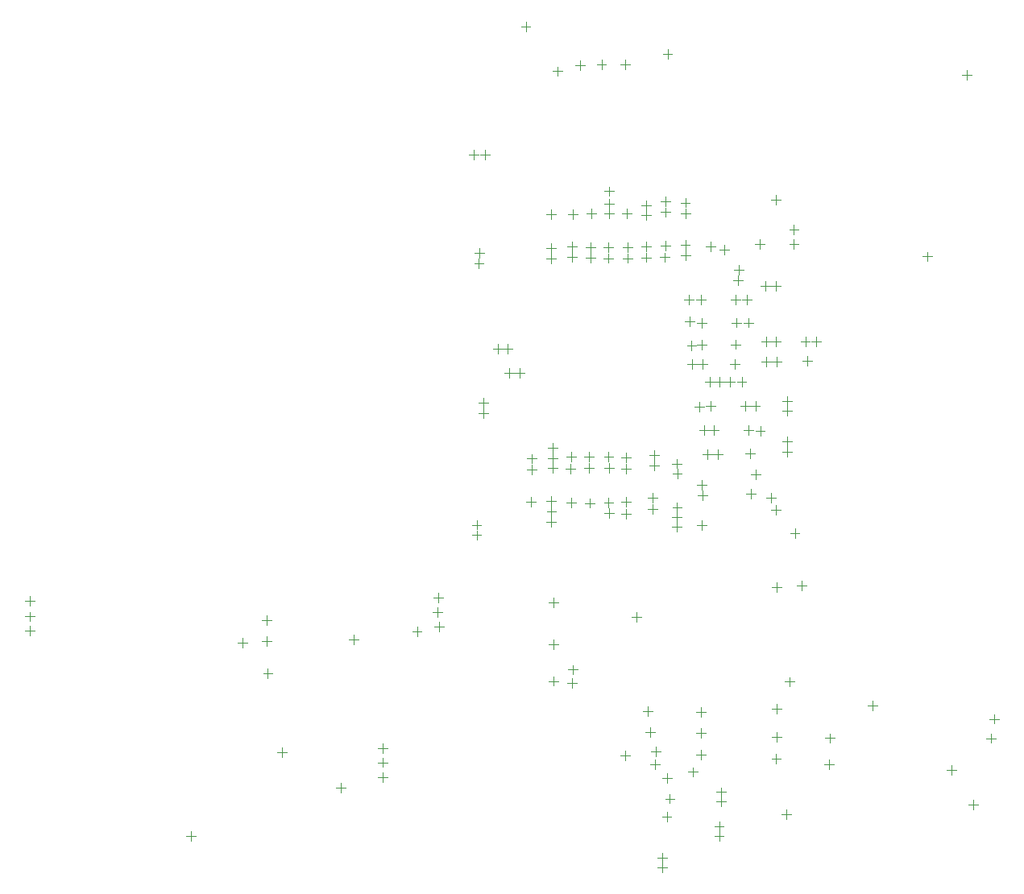
<source format=gbr>
G04*
G04 #@! TF.GenerationSoftware,Altium Limited,Altium Designer,24.2.2 (26)*
G04*
G04 Layer_Color=32768*
%FSLAX25Y25*%
%MOIN*%
G70*
G04*
G04 #@! TF.SameCoordinates,383E0004-DF84-4F77-A050-2B2E5B934949*
G04*
G04*
G04 #@! TF.FilePolarity,Positive*
G04*
G01*
G75*
%ADD17C,0.00394*%
D17*
X168690Y-175484D02*
X172626D01*
X170658Y-177452D02*
Y-173515D01*
X169319Y-72977D02*
X173256D01*
X171287Y-74945D02*
Y-71008D01*
X164718Y-72905D02*
X168655D01*
X166686Y-74873D02*
Y-70936D01*
X166834Y-117928D02*
X170771D01*
X168802Y-119897D02*
Y-115960D01*
X299510Y-231514D02*
Y-227577D01*
X297542Y-229546D02*
X301479D01*
X302226Y-253246D02*
Y-249309D01*
X300258Y-251277D02*
X304195D01*
X49774Y-356901D02*
Y-352964D01*
X47805Y-354932D02*
X51742D01*
X352362Y-115066D02*
X356299D01*
X354331Y-117035D02*
Y-113098D01*
X126906Y-330484D02*
X130843D01*
X128874Y-332453D02*
Y-328516D01*
X126906Y-324432D02*
X130843D01*
X128874Y-326400D02*
Y-322463D01*
X126906Y-318518D02*
X130843D01*
X128874Y-320487D02*
Y-316550D01*
X78914Y-274225D02*
X82851D01*
X80882Y-276194D02*
Y-272257D01*
X70903Y-276806D02*
Y-272869D01*
X68934Y-274837D02*
X72871D01*
X78958Y-265632D02*
X82895D01*
X80927Y-267600D02*
Y-263663D01*
X117043Y-275545D02*
Y-271608D01*
X115075Y-273576D02*
X119012D01*
X111523Y-336953D02*
Y-333016D01*
X109555Y-334984D02*
X113492D01*
X85284Y-320302D02*
X89221D01*
X87252Y-322271D02*
Y-318334D01*
X79509Y-287632D02*
X83446D01*
X81478Y-289601D02*
Y-285664D01*
X186204Y-19934D02*
X190141D01*
X188172Y-21903D02*
Y-17966D01*
X373228Y-343760D02*
Y-339823D01*
X371260Y-341791D02*
X375197D01*
X364405Y-329638D02*
Y-325701D01*
X362436Y-327669D02*
X366373D01*
X245837Y-339421D02*
X249774D01*
X247805Y-341389D02*
Y-337452D01*
X197775Y-258136D02*
X201712D01*
X199744Y-260105D02*
Y-256168D01*
X299128Y-111994D02*
Y-108057D01*
X297160Y-110025D02*
X301097D01*
X299128Y-105994D02*
Y-102057D01*
X297160Y-104025D02*
X301097D01*
X329599Y-301011D02*
X333536D01*
X331567Y-302980D02*
Y-299043D01*
X380732Y-316388D02*
Y-312451D01*
X378764Y-314419D02*
X382701D01*
X380142Y-306424D02*
X384079D01*
X382111Y-308393D02*
Y-304456D01*
X250665Y-202716D02*
Y-198779D01*
X248697Y-200747D02*
X252634D01*
X250841Y-206944D02*
Y-203007D01*
X248872Y-204976D02*
X252810D01*
X250626Y-228786D02*
Y-224849D01*
X248658Y-226818D02*
X252595D01*
X250665Y-224736D02*
Y-220799D01*
X248697Y-222767D02*
X252634D01*
X250794Y-220785D02*
Y-216848D01*
X248826Y-218816D02*
X252763D01*
X261303Y-196870D02*
X265241D01*
X263272Y-198839D02*
Y-194902D01*
X265732Y-196870D02*
X269669D01*
X267700Y-198839D02*
Y-194902D01*
X279096Y-196575D02*
X283032D01*
X281064Y-198543D02*
Y-194606D01*
X254830Y-151789D02*
X258767D01*
X256798Y-153758D02*
Y-149821D01*
X259137Y-151706D02*
X263073D01*
X261105Y-153674D02*
Y-149737D01*
X272927Y-151410D02*
X276864D01*
X274896Y-153379D02*
Y-149442D01*
X254951Y-159641D02*
X258888D01*
X256920Y-161609D02*
Y-157672D01*
X259416Y-159596D02*
X263353D01*
X261385Y-161565D02*
Y-157627D01*
X272669Y-159596D02*
X276606D01*
X274637Y-161565D02*
Y-157627D01*
X285697Y-158694D02*
X289633D01*
X287665Y-160663D02*
Y-156726D01*
X289945Y-158653D02*
X293882D01*
X291914Y-160622D02*
Y-156685D01*
X302651Y-158204D02*
X306588D01*
X304619Y-160172D02*
Y-156236D01*
X260863Y-211578D02*
Y-207641D01*
X258894Y-209609D02*
X262831D01*
X261250Y-215760D02*
Y-211823D01*
X259281Y-213791D02*
X263218D01*
X237940Y-95780D02*
Y-91843D01*
X235971Y-93811D02*
X239908D01*
X237940Y-99882D02*
Y-95945D01*
X235971Y-97913D02*
X239908D01*
X260954Y-228173D02*
Y-224236D01*
X258986Y-226204D02*
X262923D01*
X238073Y-117380D02*
Y-113443D01*
X236104Y-115411D02*
X240041D01*
X237940Y-112971D02*
Y-109034D01*
X235971Y-111003D02*
X239908D01*
X301884Y-150274D02*
X305821D01*
X303852Y-152243D02*
Y-148305D01*
X306444Y-150180D02*
X310381D01*
X308412Y-152148D02*
Y-148211D01*
X289714Y-150180D02*
X293651D01*
X291682Y-152148D02*
Y-148211D01*
X285590Y-150180D02*
X289527D01*
X287559Y-152148D02*
Y-148211D01*
X222480Y-218789D02*
Y-214852D01*
X220511Y-216820D02*
X224448D01*
X222586Y-223161D02*
Y-219224D01*
X220617Y-221193D02*
X224554D01*
X222542Y-204614D02*
Y-200677D01*
X220574Y-202646D02*
X224511D01*
X222480Y-199976D02*
Y-196039D01*
X220511Y-198007D02*
X224448D01*
X296353Y-193599D02*
Y-189662D01*
X294384Y-191631D02*
X298321D01*
X296345Y-197933D02*
Y-193996D01*
X294376Y-195965D02*
X298313D01*
X296223Y-181008D02*
Y-177071D01*
X294255Y-179039D02*
X298192D01*
X296223Y-176744D02*
Y-172808D01*
X294255Y-174776D02*
X298192D01*
X270270Y-114250D02*
Y-110313D01*
X268301Y-112281D02*
X272238D01*
X291650Y-93673D02*
Y-89736D01*
X289681Y-91705D02*
X293618D01*
X368706Y-40011D02*
X372643D01*
X370675Y-41980D02*
Y-38043D01*
X242705Y-367930D02*
X246642D01*
X244673Y-369899D02*
Y-365962D01*
X242705Y-364039D02*
X246642D01*
X244673Y-366007D02*
Y-362070D01*
X296047Y-347986D02*
Y-344049D01*
X294079Y-346018D02*
X298016D01*
X268934Y-338695D02*
Y-334758D01*
X266966Y-336726D02*
X270903D01*
X268934Y-342516D02*
Y-338579D01*
X266966Y-340548D02*
X270903D01*
X268162Y-352907D02*
Y-348970D01*
X266194Y-350939D02*
X270131D01*
X268162Y-356885D02*
Y-352948D01*
X266194Y-354916D02*
X270131D01*
X291922Y-253982D02*
Y-250045D01*
X289953Y-252013D02*
X293890D01*
X168891Y-115451D02*
Y-111514D01*
X166922Y-113483D02*
X170859D01*
X170781Y-181852D02*
Y-177915D01*
X168812Y-179884D02*
X172749D01*
X167854Y-228068D02*
Y-224131D01*
X165886Y-226100D02*
X169823D01*
X167833Y-232351D02*
Y-228414D01*
X165865Y-230382D02*
X169802D01*
X210560Y-38001D02*
Y-34064D01*
X208591Y-36032D02*
X212528D01*
X287363Y-129140D02*
Y-125203D01*
X285394Y-127171D02*
X289331D01*
X291650Y-129140D02*
Y-125203D01*
X289681Y-127171D02*
X293618D01*
X258672Y-321339D02*
X262609D01*
X260641Y-323307D02*
Y-319370D01*
X258789Y-312352D02*
X262726D01*
X260757Y-314321D02*
Y-310384D01*
X258789Y-303536D02*
X262726D01*
X260757Y-305504D02*
Y-301567D01*
X239569Y-325117D02*
X243507D01*
X241538Y-327086D02*
Y-323149D01*
X240046Y-319914D02*
X243983D01*
X242014Y-321883D02*
Y-317946D01*
X246542Y-332944D02*
Y-329007D01*
X244573Y-330976D02*
X248510D01*
X234058Y-266315D02*
Y-262378D01*
X232089Y-264346D02*
X236026D01*
X217551Y-35639D02*
X221488D01*
X219519Y-37607D02*
Y-33670D01*
X199416Y-38380D02*
X203353D01*
X201384Y-40349D02*
Y-36412D01*
X244870Y-31108D02*
X248807D01*
X246838Y-33076D02*
Y-29139D01*
X227240Y-35639D02*
X231177D01*
X229208Y-37607D02*
Y-33670D01*
X239690Y-313890D02*
Y-309953D01*
X237721Y-311921D02*
X241658D01*
X295229Y-291055D02*
X299166D01*
X297197Y-293023D02*
Y-289086D01*
X152362Y-270153D02*
Y-266216D01*
X150394Y-268185D02*
X154331D01*
X151566Y-264248D02*
Y-260311D01*
X149597Y-262279D02*
X153534D01*
X152067Y-258145D02*
Y-254208D01*
X150098Y-256177D02*
X154035D01*
X141205Y-270166D02*
X145142D01*
X143174Y-272134D02*
Y-268197D01*
X197699Y-290748D02*
X201636D01*
X199668Y-292717D02*
Y-288780D01*
X207453Y-293473D02*
Y-289535D01*
X205485Y-291504D02*
X209422D01*
X197699Y-275689D02*
X201636D01*
X199668Y-277657D02*
Y-273720D01*
X207617Y-288021D02*
Y-284084D01*
X205649Y-286052D02*
X209586D01*
X238743Y-305212D02*
Y-301275D01*
X236774Y-303243D02*
X240711D01*
X257274Y-330366D02*
Y-326429D01*
X255305Y-328398D02*
X259242D01*
X314038Y-316350D02*
Y-312413D01*
X312070Y-314382D02*
X316007D01*
X291865Y-315858D02*
Y-311921D01*
X289896Y-313890D02*
X293833D01*
X291821Y-324913D02*
Y-320976D01*
X289852Y-322945D02*
X293789D01*
X313779Y-327324D02*
Y-323387D01*
X311811Y-325356D02*
X315748D01*
X244535Y-346848D02*
X248472D01*
X246503Y-348817D02*
Y-344880D01*
X289896Y-302259D02*
X293833D01*
X291865Y-304228D02*
Y-300291D01*
X276922Y-176811D02*
X280859D01*
X278891Y-178780D02*
Y-174843D01*
X281200Y-176812D02*
X285137D01*
X283168Y-178780D02*
Y-174843D01*
X258088Y-177146D02*
X262025D01*
X260057Y-179114D02*
Y-175177D01*
X262723Y-176941D02*
X266660D01*
X264691Y-178909D02*
Y-174972D01*
X183661Y-163287D02*
X187598D01*
X185630Y-165256D02*
Y-161319D01*
X178661Y-153368D02*
X182598D01*
X180630Y-155336D02*
Y-151400D01*
X174522Y-153228D02*
X178459D01*
X176491Y-155197D02*
Y-151260D01*
X179406Y-163204D02*
X183343D01*
X181374Y-165172D02*
Y-161235D01*
X222290Y-117717D02*
Y-113780D01*
X220322Y-115749D02*
X224259D01*
X222428Y-113136D02*
Y-109199D01*
X220459Y-111168D02*
X224396D01*
X199369Y-196228D02*
Y-192291D01*
X197401Y-194260D02*
X201338D01*
X199391Y-200406D02*
Y-196469D01*
X197422Y-198437D02*
X201359D01*
X199282Y-204545D02*
Y-200608D01*
X197314Y-202577D02*
X201251D01*
X222639Y-99314D02*
Y-95377D01*
X220671Y-97346D02*
X224608D01*
X222537Y-90038D02*
Y-86101D01*
X220569Y-88069D02*
X224506D01*
X222537Y-95103D02*
Y-91166D01*
X220569Y-93135D02*
X224506D01*
X198664Y-227010D02*
Y-223073D01*
X196695Y-225042D02*
X200632D01*
X198813Y-222458D02*
Y-218521D01*
X196844Y-220489D02*
X200781D01*
X198663Y-218129D02*
Y-214192D01*
X196695Y-216161D02*
X200632D01*
X283202Y-187227D02*
X287139D01*
X285170Y-189196D02*
Y-185259D01*
X278330Y-186980D02*
X282267D01*
X280298Y-188948D02*
Y-185011D01*
X206882Y-199976D02*
Y-196039D01*
X204913Y-198007D02*
X208851D01*
X206754Y-204823D02*
Y-200886D01*
X204785Y-202854D02*
X208722D01*
X259859Y-186980D02*
X263796D01*
X261828Y-188948D02*
Y-185011D01*
X264119Y-186980D02*
X268056D01*
X266087Y-188948D02*
Y-185011D01*
X206933Y-218800D02*
Y-214863D01*
X204964Y-216832D02*
X208901D01*
X262312Y-166865D02*
X266249D01*
X264280Y-168833D02*
Y-164896D01*
X266436Y-166922D02*
X270373D01*
X268405Y-168890D02*
Y-164953D01*
X270584Y-166821D02*
X274521D01*
X272552Y-168790D02*
Y-164853D01*
X275530Y-166821D02*
X279467D01*
X277498Y-168790D02*
Y-164853D01*
X214932Y-117548D02*
Y-113610D01*
X212963Y-115579D02*
X216900D01*
X215053Y-113084D02*
Y-109147D01*
X213084Y-111116D02*
X217021D01*
X215332Y-99110D02*
Y-95173D01*
X213363Y-97141D02*
X217300D01*
X230270Y-117726D02*
Y-113789D01*
X228301Y-115757D02*
X232238D01*
X230270Y-113188D02*
Y-109251D01*
X228301Y-111220D02*
X232238D01*
X230121Y-99126D02*
Y-95189D01*
X228152Y-97158D02*
X232089D01*
X240557Y-221668D02*
Y-217731D01*
X238588Y-219700D02*
X242525D01*
X240727Y-216844D02*
Y-212907D01*
X238759Y-214875D02*
X242696D01*
X241211Y-199097D02*
Y-195159D01*
X239242Y-197128D02*
X243179D01*
X241381Y-203483D02*
Y-199546D01*
X239412Y-201514D02*
X243349D01*
X245948Y-94308D02*
Y-90371D01*
X243980Y-92339D02*
X247917D01*
X245948Y-98690D02*
Y-94753D01*
X243980Y-96721D02*
X247917D01*
X245653Y-117372D02*
Y-113435D01*
X243685Y-115404D02*
X247622D01*
X245948Y-112555D02*
Y-108618D01*
X243980Y-110587D02*
X247917D01*
X214426Y-199881D02*
Y-195944D01*
X212458Y-197912D02*
X216395D01*
X214452Y-204614D02*
Y-200677D01*
X212484Y-202646D02*
X216421D01*
X214665Y-219054D02*
Y-215117D01*
X212696Y-217085D02*
X216633D01*
X190661Y-200707D02*
Y-196770D01*
X188693Y-198739D02*
X192630D01*
X190611Y-205137D02*
Y-201200D01*
X188643Y-203169D02*
X192580D01*
X190442Y-218480D02*
Y-214543D01*
X188473Y-216512D02*
X192410D01*
X229759Y-223438D02*
Y-219501D01*
X227790Y-221469D02*
X231727D01*
X229759Y-218583D02*
Y-214646D01*
X227790Y-216614D02*
X231727D01*
X229635Y-204740D02*
Y-200803D01*
X227666Y-202771D02*
X231603D01*
X229759Y-200136D02*
Y-196199D01*
X227790Y-198168D02*
X231727D01*
X254201Y-99274D02*
Y-95337D01*
X252233Y-97306D02*
X256170D01*
X254177Y-94722D02*
Y-90785D01*
X252209Y-92754D02*
X256146D01*
X254256Y-116443D02*
Y-112506D01*
X252288Y-114475D02*
X256225D01*
X254177Y-112203D02*
Y-108266D01*
X252209Y-110234D02*
X256146D01*
X207308Y-117145D02*
Y-113208D01*
X205339Y-115176D02*
X209276D01*
X207361Y-112836D02*
Y-108899D01*
X205392Y-110867D02*
X209329D01*
X207683Y-99470D02*
Y-95533D01*
X205715Y-97501D02*
X209652D01*
X277689Y-132853D02*
X281626D01*
X279658Y-134822D02*
Y-130885D01*
X272918Y-132853D02*
X276855D01*
X274886Y-134822D02*
Y-130885D01*
X262820Y-110859D02*
X266757D01*
X264789Y-112827D02*
Y-108890D01*
X282962Y-110025D02*
X286899D01*
X284931Y-111994D02*
Y-108057D01*
X198693Y-117762D02*
Y-113825D01*
X196724Y-115794D02*
X200662D01*
X198693Y-113552D02*
Y-109615D01*
X196724Y-111583D02*
X200662D01*
X253821Y-132785D02*
X257758D01*
X255790Y-134753D02*
Y-130816D01*
X258612Y-132785D02*
X262549D01*
X260581Y-134753D02*
Y-130816D01*
X198693Y-99562D02*
Y-95625D01*
X196724Y-97594D02*
X200662D01*
X276212Y-122502D02*
Y-118565D01*
X274243Y-120533D02*
X278180D01*
X276038Y-126837D02*
Y-122900D01*
X274069Y-124868D02*
X278006D01*
X279419Y-213170D02*
X283356D01*
X281387Y-215138D02*
Y-211201D01*
X283356Y-207264D02*
Y-203327D01*
X281387Y-205296D02*
X285325D01*
X278389Y-142433D02*
X282326D01*
X280357Y-144401D02*
Y-140464D01*
X273319Y-142433D02*
X277256D01*
X275288Y-144401D02*
Y-140464D01*
X254035Y-141897D02*
X257972D01*
X256003Y-143865D02*
Y-139928D01*
X258987Y-142475D02*
X262924D01*
X260955Y-144443D02*
Y-140506D01*
X289760Y-216878D02*
Y-212941D01*
X287791Y-214909D02*
X291728D01*
X291685Y-221746D02*
Y-217809D01*
X289717Y-219778D02*
X293654D01*
X227233Y-321554D02*
X231170D01*
X229202Y-323523D02*
Y-319586D01*
X-17087Y-271933D02*
Y-267996D01*
X-19055Y-269964D02*
X-15118D01*
X-17087Y-266025D02*
Y-262088D01*
X-19055Y-264057D02*
X-15118D01*
X-17087Y-259449D02*
Y-255512D01*
X-19055Y-257480D02*
X-15118D01*
M02*

</source>
